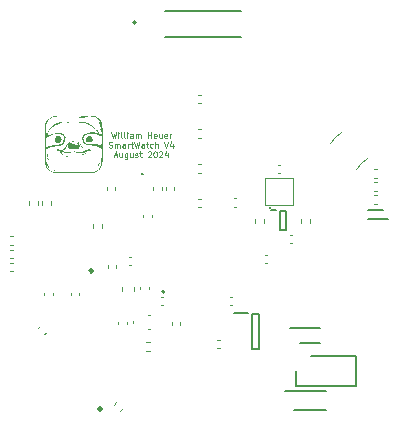
<source format=gbr>
%TF.GenerationSoftware,KiCad,Pcbnew,8.0.3*%
%TF.CreationDate,2024-08-05T21:53:05-05:00*%
%TF.ProjectId,GeckoSmartWatch_V4_1,4765636b-6f53-46d6-9172-745761746368,rev?*%
%TF.SameCoordinates,Original*%
%TF.FileFunction,Legend,Top*%
%TF.FilePolarity,Positive*%
%FSLAX46Y46*%
G04 Gerber Fmt 4.6, Leading zero omitted, Abs format (unit mm)*
G04 Created by KiCad (PCBNEW 8.0.3) date 2024-08-05 21:53:05*
%MOMM*%
%LPD*%
G01*
G04 APERTURE LIST*
%ADD10C,0.125000*%
%ADD11C,0.120000*%
%ADD12C,0.250000*%
%ADD13C,0.200000*%
%ADD14C,0.000000*%
%ADD15C,0.100000*%
%ADD16C,0.127000*%
G04 APERTURE END LIST*
D10*
X135689285Y-90147365D02*
X135808333Y-90647365D01*
X135808333Y-90647365D02*
X135903571Y-90290222D01*
X135903571Y-90290222D02*
X135998809Y-90647365D01*
X135998809Y-90647365D02*
X136117857Y-90147365D01*
X136308333Y-90647365D02*
X136308333Y-90314032D01*
X136308333Y-90147365D02*
X136284524Y-90171175D01*
X136284524Y-90171175D02*
X136308333Y-90194984D01*
X136308333Y-90194984D02*
X136332143Y-90171175D01*
X136332143Y-90171175D02*
X136308333Y-90147365D01*
X136308333Y-90147365D02*
X136308333Y-90194984D01*
X136617857Y-90647365D02*
X136570238Y-90623556D01*
X136570238Y-90623556D02*
X136546428Y-90575936D01*
X136546428Y-90575936D02*
X136546428Y-90147365D01*
X136879762Y-90647365D02*
X136832143Y-90623556D01*
X136832143Y-90623556D02*
X136808333Y-90575936D01*
X136808333Y-90575936D02*
X136808333Y-90147365D01*
X137070238Y-90647365D02*
X137070238Y-90314032D01*
X137070238Y-90147365D02*
X137046429Y-90171175D01*
X137046429Y-90171175D02*
X137070238Y-90194984D01*
X137070238Y-90194984D02*
X137094048Y-90171175D01*
X137094048Y-90171175D02*
X137070238Y-90147365D01*
X137070238Y-90147365D02*
X137070238Y-90194984D01*
X137522619Y-90647365D02*
X137522619Y-90385460D01*
X137522619Y-90385460D02*
X137498809Y-90337841D01*
X137498809Y-90337841D02*
X137451190Y-90314032D01*
X137451190Y-90314032D02*
X137355952Y-90314032D01*
X137355952Y-90314032D02*
X137308333Y-90337841D01*
X137522619Y-90623556D02*
X137475000Y-90647365D01*
X137475000Y-90647365D02*
X137355952Y-90647365D01*
X137355952Y-90647365D02*
X137308333Y-90623556D01*
X137308333Y-90623556D02*
X137284524Y-90575936D01*
X137284524Y-90575936D02*
X137284524Y-90528317D01*
X137284524Y-90528317D02*
X137308333Y-90480698D01*
X137308333Y-90480698D02*
X137355952Y-90456889D01*
X137355952Y-90456889D02*
X137475000Y-90456889D01*
X137475000Y-90456889D02*
X137522619Y-90433079D01*
X137760714Y-90647365D02*
X137760714Y-90314032D01*
X137760714Y-90361651D02*
X137784524Y-90337841D01*
X137784524Y-90337841D02*
X137832143Y-90314032D01*
X137832143Y-90314032D02*
X137903571Y-90314032D01*
X137903571Y-90314032D02*
X137951190Y-90337841D01*
X137951190Y-90337841D02*
X137975000Y-90385460D01*
X137975000Y-90385460D02*
X137975000Y-90647365D01*
X137975000Y-90385460D02*
X137998809Y-90337841D01*
X137998809Y-90337841D02*
X138046428Y-90314032D01*
X138046428Y-90314032D02*
X138117857Y-90314032D01*
X138117857Y-90314032D02*
X138165476Y-90337841D01*
X138165476Y-90337841D02*
X138189286Y-90385460D01*
X138189286Y-90385460D02*
X138189286Y-90647365D01*
X138808333Y-90647365D02*
X138808333Y-90147365D01*
X138808333Y-90385460D02*
X139094047Y-90385460D01*
X139094047Y-90647365D02*
X139094047Y-90147365D01*
X139522619Y-90623556D02*
X139475000Y-90647365D01*
X139475000Y-90647365D02*
X139379762Y-90647365D01*
X139379762Y-90647365D02*
X139332143Y-90623556D01*
X139332143Y-90623556D02*
X139308334Y-90575936D01*
X139308334Y-90575936D02*
X139308334Y-90385460D01*
X139308334Y-90385460D02*
X139332143Y-90337841D01*
X139332143Y-90337841D02*
X139379762Y-90314032D01*
X139379762Y-90314032D02*
X139475000Y-90314032D01*
X139475000Y-90314032D02*
X139522619Y-90337841D01*
X139522619Y-90337841D02*
X139546429Y-90385460D01*
X139546429Y-90385460D02*
X139546429Y-90433079D01*
X139546429Y-90433079D02*
X139308334Y-90480698D01*
X139975000Y-90314032D02*
X139975000Y-90647365D01*
X139760714Y-90314032D02*
X139760714Y-90575936D01*
X139760714Y-90575936D02*
X139784524Y-90623556D01*
X139784524Y-90623556D02*
X139832143Y-90647365D01*
X139832143Y-90647365D02*
X139903571Y-90647365D01*
X139903571Y-90647365D02*
X139951190Y-90623556D01*
X139951190Y-90623556D02*
X139975000Y-90599746D01*
X140403571Y-90623556D02*
X140355952Y-90647365D01*
X140355952Y-90647365D02*
X140260714Y-90647365D01*
X140260714Y-90647365D02*
X140213095Y-90623556D01*
X140213095Y-90623556D02*
X140189286Y-90575936D01*
X140189286Y-90575936D02*
X140189286Y-90385460D01*
X140189286Y-90385460D02*
X140213095Y-90337841D01*
X140213095Y-90337841D02*
X140260714Y-90314032D01*
X140260714Y-90314032D02*
X140355952Y-90314032D01*
X140355952Y-90314032D02*
X140403571Y-90337841D01*
X140403571Y-90337841D02*
X140427381Y-90385460D01*
X140427381Y-90385460D02*
X140427381Y-90433079D01*
X140427381Y-90433079D02*
X140189286Y-90480698D01*
X140641666Y-90647365D02*
X140641666Y-90314032D01*
X140641666Y-90409270D02*
X140665476Y-90361651D01*
X140665476Y-90361651D02*
X140689285Y-90337841D01*
X140689285Y-90337841D02*
X140736904Y-90314032D01*
X140736904Y-90314032D02*
X140784523Y-90314032D01*
X135486906Y-91428528D02*
X135558334Y-91452337D01*
X135558334Y-91452337D02*
X135677382Y-91452337D01*
X135677382Y-91452337D02*
X135725001Y-91428528D01*
X135725001Y-91428528D02*
X135748810Y-91404718D01*
X135748810Y-91404718D02*
X135772620Y-91357099D01*
X135772620Y-91357099D02*
X135772620Y-91309480D01*
X135772620Y-91309480D02*
X135748810Y-91261861D01*
X135748810Y-91261861D02*
X135725001Y-91238051D01*
X135725001Y-91238051D02*
X135677382Y-91214242D01*
X135677382Y-91214242D02*
X135582144Y-91190432D01*
X135582144Y-91190432D02*
X135534525Y-91166623D01*
X135534525Y-91166623D02*
X135510715Y-91142813D01*
X135510715Y-91142813D02*
X135486906Y-91095194D01*
X135486906Y-91095194D02*
X135486906Y-91047575D01*
X135486906Y-91047575D02*
X135510715Y-90999956D01*
X135510715Y-90999956D02*
X135534525Y-90976147D01*
X135534525Y-90976147D02*
X135582144Y-90952337D01*
X135582144Y-90952337D02*
X135701191Y-90952337D01*
X135701191Y-90952337D02*
X135772620Y-90976147D01*
X135986905Y-91452337D02*
X135986905Y-91119004D01*
X135986905Y-91166623D02*
X136010715Y-91142813D01*
X136010715Y-91142813D02*
X136058334Y-91119004D01*
X136058334Y-91119004D02*
X136129762Y-91119004D01*
X136129762Y-91119004D02*
X136177381Y-91142813D01*
X136177381Y-91142813D02*
X136201191Y-91190432D01*
X136201191Y-91190432D02*
X136201191Y-91452337D01*
X136201191Y-91190432D02*
X136225000Y-91142813D01*
X136225000Y-91142813D02*
X136272619Y-91119004D01*
X136272619Y-91119004D02*
X136344048Y-91119004D01*
X136344048Y-91119004D02*
X136391667Y-91142813D01*
X136391667Y-91142813D02*
X136415477Y-91190432D01*
X136415477Y-91190432D02*
X136415477Y-91452337D01*
X136867858Y-91452337D02*
X136867858Y-91190432D01*
X136867858Y-91190432D02*
X136844048Y-91142813D01*
X136844048Y-91142813D02*
X136796429Y-91119004D01*
X136796429Y-91119004D02*
X136701191Y-91119004D01*
X136701191Y-91119004D02*
X136653572Y-91142813D01*
X136867858Y-91428528D02*
X136820239Y-91452337D01*
X136820239Y-91452337D02*
X136701191Y-91452337D01*
X136701191Y-91452337D02*
X136653572Y-91428528D01*
X136653572Y-91428528D02*
X136629763Y-91380908D01*
X136629763Y-91380908D02*
X136629763Y-91333289D01*
X136629763Y-91333289D02*
X136653572Y-91285670D01*
X136653572Y-91285670D02*
X136701191Y-91261861D01*
X136701191Y-91261861D02*
X136820239Y-91261861D01*
X136820239Y-91261861D02*
X136867858Y-91238051D01*
X137105953Y-91452337D02*
X137105953Y-91119004D01*
X137105953Y-91214242D02*
X137129763Y-91166623D01*
X137129763Y-91166623D02*
X137153572Y-91142813D01*
X137153572Y-91142813D02*
X137201191Y-91119004D01*
X137201191Y-91119004D02*
X137248810Y-91119004D01*
X137344049Y-91119004D02*
X137534525Y-91119004D01*
X137415477Y-90952337D02*
X137415477Y-91380908D01*
X137415477Y-91380908D02*
X137439287Y-91428528D01*
X137439287Y-91428528D02*
X137486906Y-91452337D01*
X137486906Y-91452337D02*
X137534525Y-91452337D01*
X137653572Y-90952337D02*
X137772620Y-91452337D01*
X137772620Y-91452337D02*
X137867858Y-91095194D01*
X137867858Y-91095194D02*
X137963096Y-91452337D01*
X137963096Y-91452337D02*
X138082144Y-90952337D01*
X138486906Y-91452337D02*
X138486906Y-91190432D01*
X138486906Y-91190432D02*
X138463096Y-91142813D01*
X138463096Y-91142813D02*
X138415477Y-91119004D01*
X138415477Y-91119004D02*
X138320239Y-91119004D01*
X138320239Y-91119004D02*
X138272620Y-91142813D01*
X138486906Y-91428528D02*
X138439287Y-91452337D01*
X138439287Y-91452337D02*
X138320239Y-91452337D01*
X138320239Y-91452337D02*
X138272620Y-91428528D01*
X138272620Y-91428528D02*
X138248811Y-91380908D01*
X138248811Y-91380908D02*
X138248811Y-91333289D01*
X138248811Y-91333289D02*
X138272620Y-91285670D01*
X138272620Y-91285670D02*
X138320239Y-91261861D01*
X138320239Y-91261861D02*
X138439287Y-91261861D01*
X138439287Y-91261861D02*
X138486906Y-91238051D01*
X138653573Y-91119004D02*
X138844049Y-91119004D01*
X138725001Y-90952337D02*
X138725001Y-91380908D01*
X138725001Y-91380908D02*
X138748811Y-91428528D01*
X138748811Y-91428528D02*
X138796430Y-91452337D01*
X138796430Y-91452337D02*
X138844049Y-91452337D01*
X139225001Y-91428528D02*
X139177382Y-91452337D01*
X139177382Y-91452337D02*
X139082144Y-91452337D01*
X139082144Y-91452337D02*
X139034525Y-91428528D01*
X139034525Y-91428528D02*
X139010715Y-91404718D01*
X139010715Y-91404718D02*
X138986906Y-91357099D01*
X138986906Y-91357099D02*
X138986906Y-91214242D01*
X138986906Y-91214242D02*
X139010715Y-91166623D01*
X139010715Y-91166623D02*
X139034525Y-91142813D01*
X139034525Y-91142813D02*
X139082144Y-91119004D01*
X139082144Y-91119004D02*
X139177382Y-91119004D01*
X139177382Y-91119004D02*
X139225001Y-91142813D01*
X139439286Y-91452337D02*
X139439286Y-90952337D01*
X139653572Y-91452337D02*
X139653572Y-91190432D01*
X139653572Y-91190432D02*
X139629762Y-91142813D01*
X139629762Y-91142813D02*
X139582143Y-91119004D01*
X139582143Y-91119004D02*
X139510715Y-91119004D01*
X139510715Y-91119004D02*
X139463096Y-91142813D01*
X139463096Y-91142813D02*
X139439286Y-91166623D01*
X140201191Y-90952337D02*
X140367857Y-91452337D01*
X140367857Y-91452337D02*
X140534524Y-90952337D01*
X140915476Y-91119004D02*
X140915476Y-91452337D01*
X140796428Y-90928528D02*
X140677381Y-91285670D01*
X140677381Y-91285670D02*
X140986904Y-91285670D01*
X135939287Y-92114452D02*
X136177382Y-92114452D01*
X135891668Y-92257309D02*
X136058334Y-91757309D01*
X136058334Y-91757309D02*
X136225001Y-92257309D01*
X136605953Y-91923976D02*
X136605953Y-92257309D01*
X136391667Y-91923976D02*
X136391667Y-92185880D01*
X136391667Y-92185880D02*
X136415477Y-92233500D01*
X136415477Y-92233500D02*
X136463096Y-92257309D01*
X136463096Y-92257309D02*
X136534524Y-92257309D01*
X136534524Y-92257309D02*
X136582143Y-92233500D01*
X136582143Y-92233500D02*
X136605953Y-92209690D01*
X137058334Y-91923976D02*
X137058334Y-92328738D01*
X137058334Y-92328738D02*
X137034524Y-92376357D01*
X137034524Y-92376357D02*
X137010715Y-92400166D01*
X137010715Y-92400166D02*
X136963096Y-92423976D01*
X136963096Y-92423976D02*
X136891667Y-92423976D01*
X136891667Y-92423976D02*
X136844048Y-92400166D01*
X137058334Y-92233500D02*
X137010715Y-92257309D01*
X137010715Y-92257309D02*
X136915477Y-92257309D01*
X136915477Y-92257309D02*
X136867858Y-92233500D01*
X136867858Y-92233500D02*
X136844048Y-92209690D01*
X136844048Y-92209690D02*
X136820239Y-92162071D01*
X136820239Y-92162071D02*
X136820239Y-92019214D01*
X136820239Y-92019214D02*
X136844048Y-91971595D01*
X136844048Y-91971595D02*
X136867858Y-91947785D01*
X136867858Y-91947785D02*
X136915477Y-91923976D01*
X136915477Y-91923976D02*
X137010715Y-91923976D01*
X137010715Y-91923976D02*
X137058334Y-91947785D01*
X137510715Y-91923976D02*
X137510715Y-92257309D01*
X137296429Y-91923976D02*
X137296429Y-92185880D01*
X137296429Y-92185880D02*
X137320239Y-92233500D01*
X137320239Y-92233500D02*
X137367858Y-92257309D01*
X137367858Y-92257309D02*
X137439286Y-92257309D01*
X137439286Y-92257309D02*
X137486905Y-92233500D01*
X137486905Y-92233500D02*
X137510715Y-92209690D01*
X137725001Y-92233500D02*
X137772620Y-92257309D01*
X137772620Y-92257309D02*
X137867858Y-92257309D01*
X137867858Y-92257309D02*
X137915477Y-92233500D01*
X137915477Y-92233500D02*
X137939286Y-92185880D01*
X137939286Y-92185880D02*
X137939286Y-92162071D01*
X137939286Y-92162071D02*
X137915477Y-92114452D01*
X137915477Y-92114452D02*
X137867858Y-92090642D01*
X137867858Y-92090642D02*
X137796429Y-92090642D01*
X137796429Y-92090642D02*
X137748810Y-92066833D01*
X137748810Y-92066833D02*
X137725001Y-92019214D01*
X137725001Y-92019214D02*
X137725001Y-91995404D01*
X137725001Y-91995404D02*
X137748810Y-91947785D01*
X137748810Y-91947785D02*
X137796429Y-91923976D01*
X137796429Y-91923976D02*
X137867858Y-91923976D01*
X137867858Y-91923976D02*
X137915477Y-91947785D01*
X138082144Y-91923976D02*
X138272620Y-91923976D01*
X138153572Y-91757309D02*
X138153572Y-92185880D01*
X138153572Y-92185880D02*
X138177382Y-92233500D01*
X138177382Y-92233500D02*
X138225001Y-92257309D01*
X138225001Y-92257309D02*
X138272620Y-92257309D01*
X138796429Y-91804928D02*
X138820238Y-91781119D01*
X138820238Y-91781119D02*
X138867857Y-91757309D01*
X138867857Y-91757309D02*
X138986905Y-91757309D01*
X138986905Y-91757309D02*
X139034524Y-91781119D01*
X139034524Y-91781119D02*
X139058333Y-91804928D01*
X139058333Y-91804928D02*
X139082143Y-91852547D01*
X139082143Y-91852547D02*
X139082143Y-91900166D01*
X139082143Y-91900166D02*
X139058333Y-91971595D01*
X139058333Y-91971595D02*
X138772619Y-92257309D01*
X138772619Y-92257309D02*
X139082143Y-92257309D01*
X139391666Y-91757309D02*
X139439285Y-91757309D01*
X139439285Y-91757309D02*
X139486904Y-91781119D01*
X139486904Y-91781119D02*
X139510714Y-91804928D01*
X139510714Y-91804928D02*
X139534523Y-91852547D01*
X139534523Y-91852547D02*
X139558333Y-91947785D01*
X139558333Y-91947785D02*
X139558333Y-92066833D01*
X139558333Y-92066833D02*
X139534523Y-92162071D01*
X139534523Y-92162071D02*
X139510714Y-92209690D01*
X139510714Y-92209690D02*
X139486904Y-92233500D01*
X139486904Y-92233500D02*
X139439285Y-92257309D01*
X139439285Y-92257309D02*
X139391666Y-92257309D01*
X139391666Y-92257309D02*
X139344047Y-92233500D01*
X139344047Y-92233500D02*
X139320238Y-92209690D01*
X139320238Y-92209690D02*
X139296428Y-92162071D01*
X139296428Y-92162071D02*
X139272619Y-92066833D01*
X139272619Y-92066833D02*
X139272619Y-91947785D01*
X139272619Y-91947785D02*
X139296428Y-91852547D01*
X139296428Y-91852547D02*
X139320238Y-91804928D01*
X139320238Y-91804928D02*
X139344047Y-91781119D01*
X139344047Y-91781119D02*
X139391666Y-91757309D01*
X139748809Y-91804928D02*
X139772618Y-91781119D01*
X139772618Y-91781119D02*
X139820237Y-91757309D01*
X139820237Y-91757309D02*
X139939285Y-91757309D01*
X139939285Y-91757309D02*
X139986904Y-91781119D01*
X139986904Y-91781119D02*
X140010713Y-91804928D01*
X140010713Y-91804928D02*
X140034523Y-91852547D01*
X140034523Y-91852547D02*
X140034523Y-91900166D01*
X140034523Y-91900166D02*
X140010713Y-91971595D01*
X140010713Y-91971595D02*
X139724999Y-92257309D01*
X139724999Y-92257309D02*
X140034523Y-92257309D01*
X140463094Y-91923976D02*
X140463094Y-92257309D01*
X140344046Y-91733500D02*
X140224999Y-92090642D01*
X140224999Y-92090642D02*
X140534522Y-92090642D01*
D11*
%TO.C,Q1*%
X156878087Y-92778087D02*
X157337706Y-92318467D01*
X156878087Y-92778087D02*
X156418467Y-93237706D01*
X154671913Y-90571913D02*
X155131533Y-90112294D01*
X154671913Y-90571913D02*
X154212294Y-91031533D01*
D12*
%TO.C,U6*%
X134130000Y-101880000D02*
G75*
G02*
X133880000Y-101880000I-125000J0D01*
G01*
X133880000Y-101880000D02*
G75*
G02*
X134130000Y-101880000I125000J0D01*
G01*
D13*
%TO.C,Y2*%
X138365000Y-93715000D02*
G75*
G02*
X138265000Y-93715000I-50000J0D01*
G01*
X138265000Y-93715000D02*
G75*
G02*
X138365000Y-93715000I50000J0D01*
G01*
X138365000Y-93715000D02*
X138365000Y-93715000D01*
X138365000Y-93715000D02*
X138265000Y-93715000D01*
X138265000Y-93715000D02*
X138265000Y-93715000D01*
D14*
%TO.C,G\u002A\u002A\u002A*%
G36*
X133230216Y-88734972D02*
G01*
X133413460Y-88735312D01*
X133573802Y-88735971D01*
X133713050Y-88737048D01*
X133833010Y-88738644D01*
X133935490Y-88740857D01*
X134022296Y-88743786D01*
X134095236Y-88747531D01*
X134156116Y-88752192D01*
X134206745Y-88757867D01*
X134248929Y-88764656D01*
X134284475Y-88772658D01*
X134315190Y-88781973D01*
X134342882Y-88792699D01*
X134369357Y-88804936D01*
X134396423Y-88818784D01*
X134425887Y-88834342D01*
X134436568Y-88839932D01*
X134581394Y-88931566D01*
X134704834Y-89043674D01*
X134805429Y-89174133D01*
X134881720Y-89320817D01*
X134932248Y-89481601D01*
X134950031Y-89587738D01*
X134952605Y-89625858D01*
X134954945Y-89691477D01*
X134957049Y-89781966D01*
X134958918Y-89894694D01*
X134960552Y-90027032D01*
X134961952Y-90176350D01*
X134963116Y-90340017D01*
X134964045Y-90515405D01*
X134964740Y-90699882D01*
X134965200Y-90890819D01*
X134965424Y-91085585D01*
X134965414Y-91281552D01*
X134965169Y-91476089D01*
X134964689Y-91666565D01*
X134963973Y-91850351D01*
X134963023Y-92024818D01*
X134961838Y-92187334D01*
X134960419Y-92335270D01*
X134958764Y-92465996D01*
X134956874Y-92576883D01*
X134954749Y-92665299D01*
X134952389Y-92728616D01*
X134950031Y-92762262D01*
X134916257Y-92930741D01*
X134855812Y-93086441D01*
X134770156Y-93227238D01*
X134660748Y-93351005D01*
X134529047Y-93455619D01*
X134436568Y-93510068D01*
X134405953Y-93526196D01*
X134378347Y-93540587D01*
X134351947Y-93553339D01*
X134324951Y-93564550D01*
X134295557Y-93574317D01*
X134261963Y-93582738D01*
X134222366Y-93589910D01*
X134174963Y-93595932D01*
X134117953Y-93600900D01*
X134049534Y-93604914D01*
X133967902Y-93608070D01*
X133871257Y-93610465D01*
X133757795Y-93612199D01*
X133625714Y-93613368D01*
X133473212Y-93614070D01*
X133298486Y-93614403D01*
X133099735Y-93614465D01*
X132875157Y-93614352D01*
X132622948Y-93614164D01*
X132517467Y-93614091D01*
X132251432Y-93613855D01*
X132013955Y-93613494D01*
X131803468Y-93612988D01*
X131618399Y-93612317D01*
X131457178Y-93611462D01*
X131318233Y-93610402D01*
X131199995Y-93609119D01*
X131100892Y-93607593D01*
X131019354Y-93605803D01*
X130953810Y-93603731D01*
X130902689Y-93601356D01*
X130864421Y-93598660D01*
X130837435Y-93595621D01*
X130822627Y-93592862D01*
X130665158Y-93539423D01*
X130521445Y-93460327D01*
X130393774Y-93357775D01*
X130284432Y-93233973D01*
X130195707Y-93091124D01*
X130129886Y-92931432D01*
X130127089Y-92922568D01*
X130091963Y-92809579D01*
X130091963Y-91603193D01*
X130174822Y-91603193D01*
X130176048Y-92206386D01*
X130176389Y-92356573D01*
X130176820Y-92478975D01*
X130177462Y-92575935D01*
X130178433Y-92649798D01*
X130179853Y-92702909D01*
X130181841Y-92737612D01*
X130184517Y-92756252D01*
X130188000Y-92761173D01*
X130192409Y-92754719D01*
X130197864Y-92739236D01*
X130202412Y-92724132D01*
X130217509Y-92676595D01*
X130230699Y-92641543D01*
X130237474Y-92628839D01*
X130250003Y-92627195D01*
X130256580Y-92648169D01*
X130256886Y-92684778D01*
X130250603Y-92730039D01*
X130243408Y-92758882D01*
X130224652Y-92846741D01*
X130224611Y-92928168D01*
X130244785Y-93008882D01*
X130286676Y-93094601D01*
X130351785Y-93191043D01*
X130359607Y-93201466D01*
X130421294Y-93271679D01*
X130496101Y-93339234D01*
X130577847Y-93400021D01*
X130660354Y-93449930D01*
X130737442Y-93484850D01*
X130802932Y-93500672D01*
X130810125Y-93501107D01*
X130840747Y-93505634D01*
X130852724Y-93513879D01*
X130865694Y-93522296D01*
X130891436Y-93525178D01*
X130919191Y-93520428D01*
X130923526Y-93502973D01*
X130922463Y-93498814D01*
X130904022Y-93431481D01*
X130891542Y-93378064D01*
X130886215Y-93344113D01*
X130887226Y-93335035D01*
X130897569Y-93342926D01*
X130917575Y-93367522D01*
X130940952Y-93399973D01*
X130961405Y-93431426D01*
X130972642Y-93453030D01*
X130973280Y-93456080D01*
X130979210Y-93480486D01*
X130992716Y-93511095D01*
X131007371Y-93534780D01*
X131014479Y-93540243D01*
X131030747Y-93528938D01*
X131045110Y-93510113D01*
X131068345Y-93484388D01*
X131086363Y-93484231D01*
X131093798Y-93509602D01*
X131093802Y-93510456D01*
X131094117Y-93515383D01*
X131096209Y-93519743D01*
X131101799Y-93523565D01*
X131112607Y-93526880D01*
X131130353Y-93529716D01*
X131156758Y-93532103D01*
X131193541Y-93534071D01*
X131242424Y-93535649D01*
X131305126Y-93536865D01*
X131383368Y-93537751D01*
X131478870Y-93538335D01*
X131593352Y-93538646D01*
X131728535Y-93538715D01*
X131886139Y-93538570D01*
X132067885Y-93538241D01*
X132275492Y-93537758D01*
X132510682Y-93537149D01*
X132634223Y-93536820D01*
X134174644Y-93532710D01*
X134273655Y-93499036D01*
X134417522Y-93434566D01*
X134548353Y-93344943D01*
X134662681Y-93233587D01*
X134757038Y-93103914D01*
X134827958Y-92959343D01*
X134832040Y-92948522D01*
X134840337Y-92925330D01*
X134847220Y-92902720D01*
X134852845Y-92877693D01*
X134857369Y-92847249D01*
X134860948Y-92808390D01*
X134863740Y-92758116D01*
X134865901Y-92693429D01*
X134867587Y-92611329D01*
X134868955Y-92508817D01*
X134870162Y-92382894D01*
X134871365Y-92230562D01*
X134871670Y-92189678D01*
X134876623Y-91524581D01*
X134834471Y-91494788D01*
X134770742Y-91455506D01*
X134688321Y-91412797D01*
X134597532Y-91371348D01*
X134508699Y-91335846D01*
X134432145Y-91310981D01*
X134426285Y-91309444D01*
X134344903Y-91293639D01*
X134235000Y-91280412D01*
X134098089Y-91269929D01*
X134040169Y-91266743D01*
X133923829Y-91259988D01*
X133831494Y-91251929D01*
X133757040Y-91241355D01*
X133694341Y-91227055D01*
X133637275Y-91207817D01*
X133579714Y-91182430D01*
X133556969Y-91171187D01*
X133466308Y-91112060D01*
X133389770Y-91035945D01*
X133328473Y-90947243D01*
X133283535Y-90850354D01*
X133256074Y-90749678D01*
X133247209Y-90649616D01*
X133250598Y-90619924D01*
X133346201Y-90619924D01*
X133349090Y-90686592D01*
X133356490Y-90751938D01*
X133365953Y-90798369D01*
X133407133Y-90891450D01*
X133472507Y-90979287D01*
X133556143Y-91055968D01*
X133652113Y-91115581D01*
X133707302Y-91138707D01*
X133735227Y-91146799D01*
X133770291Y-91153453D01*
X133816162Y-91158929D01*
X133876505Y-91163487D01*
X133954988Y-91167391D01*
X134055277Y-91170899D01*
X134181039Y-91174274D01*
X134219840Y-91175196D01*
X134349611Y-91178414D01*
X134453213Y-91181562D01*
X134534603Y-91184949D01*
X134597741Y-91188884D01*
X134646584Y-91193675D01*
X134685090Y-91199631D01*
X134717219Y-91207062D01*
X134746929Y-91216276D01*
X134747123Y-91216342D01*
X134797377Y-91232822D01*
X134837446Y-91244625D01*
X134856346Y-91248822D01*
X134862380Y-91242737D01*
X134867071Y-91221576D01*
X134870553Y-91182599D01*
X134872962Y-91123067D01*
X134874434Y-91040241D01*
X134875102Y-90931379D01*
X134875178Y-90867338D01*
X134875178Y-90484351D01*
X134764598Y-90431863D01*
X134573061Y-90353734D01*
X134381308Y-90302158D01*
X134184223Y-90276328D01*
X133976690Y-90275439D01*
X133843209Y-90286750D01*
X133766908Y-90297791D01*
X133702799Y-90313634D01*
X133637668Y-90338287D01*
X133572034Y-90368963D01*
X133508335Y-90401741D01*
X133450042Y-90434343D01*
X133405841Y-90461796D01*
X133391251Y-90472434D01*
X133367867Y-90493503D01*
X133354357Y-90514926D01*
X133348045Y-90545472D01*
X133346253Y-90593905D01*
X133346201Y-90619924D01*
X133250598Y-90619924D01*
X133258059Y-90554568D01*
X133289741Y-90468933D01*
X133343373Y-90397113D01*
X133357058Y-90384599D01*
X133429823Y-90332911D01*
X133523680Y-90281985D01*
X133629768Y-90235849D01*
X133739226Y-90198528D01*
X133802917Y-90182023D01*
X133944731Y-90159175D01*
X134096943Y-90150133D01*
X134248190Y-90154915D01*
X134387111Y-90173543D01*
X134420937Y-90180926D01*
X134483860Y-90194591D01*
X134540011Y-90204279D01*
X134579629Y-90208379D01*
X134586655Y-90208291D01*
X134608969Y-90208692D01*
X134633393Y-90214881D01*
X134665746Y-90229480D01*
X134711842Y-90255113D01*
X134777254Y-90294254D01*
X134821855Y-90319749D01*
X134850348Y-90328680D01*
X134866330Y-90317836D01*
X134873398Y-90284007D01*
X134875149Y-90223982D01*
X134875178Y-90206857D01*
X134874312Y-90143571D01*
X134869872Y-90099917D01*
X134859089Y-90065403D01*
X134839197Y-90029543D01*
X134821200Y-90002215D01*
X134789545Y-89950850D01*
X134777855Y-89920761D01*
X134786071Y-89912381D01*
X134814133Y-89926145D01*
X134830167Y-89937405D01*
X134875178Y-89970682D01*
X134875178Y-89920905D01*
X134866255Y-89877302D01*
X134840907Y-89815292D01*
X134807400Y-89750970D01*
X134739621Y-89630812D01*
X134807400Y-89701495D01*
X134844602Y-89737163D01*
X134868055Y-89752862D01*
X134875178Y-89748546D01*
X134867263Y-89720938D01*
X134845815Y-89674544D01*
X134814277Y-89615471D01*
X134776094Y-89549826D01*
X134734710Y-89483716D01*
X134693569Y-89423246D01*
X134685254Y-89411797D01*
X134653900Y-89366713D01*
X134632615Y-89331202D01*
X134625189Y-89311725D01*
X134625732Y-89310289D01*
X134640600Y-89314835D01*
X134668704Y-89338303D01*
X134705285Y-89375447D01*
X134745582Y-89421025D01*
X134784836Y-89469792D01*
X134818288Y-89516503D01*
X134830358Y-89535756D01*
X134877566Y-89615747D01*
X134868108Y-89555486D01*
X134830056Y-89406180D01*
X134765875Y-89265573D01*
X134678771Y-89137459D01*
X134571952Y-89025630D01*
X134448626Y-88933882D01*
X134311999Y-88866006D01*
X134273655Y-88852398D01*
X134223601Y-88838345D01*
X134168604Y-88828118D01*
X134101812Y-88820906D01*
X134016378Y-88815893D01*
X133944672Y-88813342D01*
X133856864Y-88810879D01*
X133793723Y-88809951D01*
X133749797Y-88811187D01*
X133719637Y-88815216D01*
X133697791Y-88822667D01*
X133678809Y-88834167D01*
X133663204Y-88845805D01*
X133623517Y-88873744D01*
X133602491Y-88883622D01*
X133601866Y-88875364D01*
X133623380Y-88848898D01*
X133624763Y-88847420D01*
X133647583Y-88822051D01*
X133650301Y-88811776D01*
X133633485Y-88809767D01*
X133627897Y-88809757D01*
X133599735Y-88817667D01*
X133556012Y-88838478D01*
X133505851Y-88867810D01*
X133502413Y-88870018D01*
X133455439Y-88899333D01*
X133418005Y-88920768D01*
X133397437Y-88930159D01*
X133396448Y-88930279D01*
X133383211Y-88922897D01*
X133393928Y-88902510D01*
X133426798Y-88871756D01*
X133446948Y-88856256D01*
X133510176Y-88809757D01*
X133461870Y-88809757D01*
X133423356Y-88817544D01*
X133366926Y-88839014D01*
X133299859Y-88871322D01*
X133288180Y-88877550D01*
X133232858Y-88906922D01*
X133187714Y-88929880D01*
X133159110Y-88943240D01*
X133152735Y-88945344D01*
X133140685Y-88938615D01*
X133152925Y-88920024D01*
X133187199Y-88891963D01*
X133229300Y-88864100D01*
X133274537Y-88835782D01*
X133296539Y-88819742D01*
X133297720Y-88812443D01*
X133280494Y-88810353D01*
X133266136Y-88810160D01*
X133212607Y-88822151D01*
X133143761Y-88859102D01*
X133130549Y-88867840D01*
X133051045Y-88919162D01*
X132988915Y-88953942D01*
X132946241Y-88971106D01*
X132928935Y-88972021D01*
X132929706Y-88960619D01*
X132956084Y-88934926D01*
X133007444Y-88895475D01*
X133073267Y-88849488D01*
X133131814Y-88809757D01*
X132039892Y-88809757D01*
X131831336Y-88809791D01*
X131650644Y-88809930D01*
X131495547Y-88810229D01*
X131363780Y-88810744D01*
X131253074Y-88811528D01*
X131161162Y-88812638D01*
X131085778Y-88814128D01*
X131024654Y-88816053D01*
X130975522Y-88818469D01*
X130936116Y-88821430D01*
X130904168Y-88824992D01*
X130877411Y-88829209D01*
X130853579Y-88834136D01*
X130833448Y-88839046D01*
X130770844Y-88856718D01*
X130713255Y-88875819D01*
X130672357Y-88892450D01*
X130669984Y-88893645D01*
X130639025Y-88911163D01*
X130631980Y-88923108D01*
X130645552Y-88936846D01*
X130649387Y-88939682D01*
X130665143Y-88955615D01*
X130658384Y-88959843D01*
X130635038Y-88950603D01*
X130627591Y-88946164D01*
X130594329Y-88941381D01*
X130577101Y-88947743D01*
X130559883Y-88959357D01*
X130560450Y-88972685D01*
X130580437Y-88996505D01*
X130587589Y-89004010D01*
X130617694Y-89038746D01*
X130624610Y-89055020D01*
X130608828Y-89052021D01*
X130572010Y-89029736D01*
X130536325Y-89007378D01*
X130513171Y-89001367D01*
X130491004Y-89009929D01*
X130481619Y-89015860D01*
X130455903Y-89033843D01*
X130445996Y-89042859D01*
X130457781Y-89051939D01*
X130488787Y-89072384D01*
X130532494Y-89099905D01*
X130535873Y-89101993D01*
X130593033Y-89138549D01*
X130623496Y-89161163D01*
X130627270Y-89169817D01*
X130604360Y-89164494D01*
X130554772Y-89145176D01*
X130525536Y-89132686D01*
X130409450Y-89082222D01*
X130367562Y-89130538D01*
X130329208Y-89183837D01*
X130287661Y-89256088D01*
X130247921Y-89337250D01*
X130214989Y-89417283D01*
X130197201Y-89472627D01*
X130189454Y-89511055D01*
X130183563Y-89562993D01*
X130179353Y-89632020D01*
X130176646Y-89721711D01*
X130175268Y-89835643D01*
X130175001Y-89923153D01*
X130175048Y-90037495D01*
X130175480Y-90124972D01*
X130176545Y-90188853D01*
X130178491Y-90232402D01*
X130181568Y-90258887D01*
X130186022Y-90271574D01*
X130192103Y-90273730D01*
X130200058Y-90268621D01*
X130201186Y-90267643D01*
X130245475Y-90236743D01*
X130301055Y-90208506D01*
X130355960Y-90188232D01*
X130396434Y-90181173D01*
X130424972Y-90182680D01*
X130426228Y-90189957D01*
X130408333Y-90204596D01*
X130380517Y-90222901D01*
X130335315Y-90249742D01*
X130282007Y-90279628D01*
X130276512Y-90282613D01*
X130215012Y-90319728D01*
X130181416Y-90349238D01*
X130174822Y-90364647D01*
X130176098Y-90382480D01*
X130183359Y-90388752D01*
X130201757Y-90382016D01*
X130236442Y-90360826D01*
X130272098Y-90337330D01*
X130327495Y-90303697D01*
X130360962Y-90289456D01*
X130371953Y-90292777D01*
X130359923Y-90311825D01*
X130324324Y-90344768D01*
X130283660Y-90376159D01*
X130236041Y-90411923D01*
X130200221Y-90440789D01*
X130181328Y-90458526D01*
X130179805Y-90461873D01*
X130195219Y-90458863D01*
X130230778Y-90445675D01*
X130279381Y-90424991D01*
X130289409Y-90420478D01*
X130466012Y-90349833D01*
X130648453Y-90296535D01*
X130842806Y-90259286D01*
X131055145Y-90236785D01*
X131177766Y-90230369D01*
X131294948Y-90227434D01*
X131387982Y-90228804D01*
X131462673Y-90235499D01*
X131524824Y-90248541D01*
X131580239Y-90268952D01*
X131634722Y-90297752D01*
X131663880Y-90315910D01*
X131736047Y-90371582D01*
X131785978Y-90433135D01*
X131814802Y-90504597D01*
X131823647Y-90589992D01*
X131813641Y-90693346D01*
X131794874Y-90783304D01*
X131751774Y-90919535D01*
X131693890Y-91031726D01*
X131619598Y-91122940D01*
X131609721Y-91132417D01*
X131521616Y-91203701D01*
X131425334Y-91258419D01*
X131315684Y-91298481D01*
X131187478Y-91325800D01*
X131041073Y-91341889D01*
X130864763Y-91361569D01*
X130692911Y-91393749D01*
X130531636Y-91436767D01*
X130387058Y-91488963D01*
X130265298Y-91548678D01*
X130253914Y-91555421D01*
X130174822Y-91603193D01*
X130091963Y-91603193D01*
X130091963Y-91211491D01*
X130177286Y-91211491D01*
X130178235Y-91283120D01*
X130180310Y-91333012D01*
X130183620Y-91363961D01*
X130188274Y-91378763D01*
X130193401Y-91380720D01*
X130215341Y-91372783D01*
X130258559Y-91357946D01*
X130315706Y-91338715D01*
X130350858Y-91327024D01*
X130426069Y-91304518D01*
X130500620Y-91288052D01*
X130584500Y-91275850D01*
X130687695Y-91266135D01*
X130697359Y-91265391D01*
X130836464Y-91254623D01*
X130949312Y-91245291D01*
X131039710Y-91236870D01*
X131111468Y-91228835D01*
X131168393Y-91220664D01*
X131214295Y-91211831D01*
X131252983Y-91201812D01*
X131288264Y-91190084D01*
X131312632Y-91180713D01*
X131421460Y-91121332D01*
X131516446Y-91037512D01*
X131594530Y-90932946D01*
X131652653Y-90811331D01*
X131673318Y-90745114D01*
X131694122Y-90640245D01*
X131696136Y-90552895D01*
X131677908Y-90481702D01*
X131637983Y-90425303D01*
X131574909Y-90382339D01*
X131487231Y-90351448D01*
X131373498Y-90331268D01*
X131232254Y-90320438D01*
X131219379Y-90319922D01*
X131030937Y-90320516D01*
X130857137Y-90338464D01*
X130689972Y-90375550D01*
X130521438Y-90433558D01*
X130343527Y-90514272D01*
X130340540Y-90515768D01*
X130182355Y-90595100D01*
X130178335Y-90991846D01*
X130177356Y-91115332D01*
X130177286Y-91211491D01*
X130091963Y-91211491D01*
X130091963Y-91175000D01*
X130091963Y-90364647D01*
X130091963Y-89540421D01*
X130127089Y-89427432D01*
X130190631Y-89269812D01*
X130277235Y-89127504D01*
X130384194Y-89003111D01*
X130508800Y-88899241D01*
X130648347Y-88818497D01*
X130800129Y-88763487D01*
X130822627Y-88757887D01*
X130841573Y-88754168D01*
X130866088Y-88750863D01*
X130897906Y-88747948D01*
X130938763Y-88745400D01*
X130990391Y-88743196D01*
X131054525Y-88741311D01*
X131132900Y-88739723D01*
X131227249Y-88738407D01*
X131339307Y-88737342D01*
X131470807Y-88736502D01*
X131623484Y-88735866D01*
X131799072Y-88735408D01*
X131999305Y-88735107D01*
X132225916Y-88734937D01*
X132480642Y-88734877D01*
X132525000Y-88734876D01*
X132787793Y-88734853D01*
X133022262Y-88734852D01*
X133230216Y-88734972D01*
G37*
G36*
X130373360Y-92956106D02*
G01*
X130402393Y-92980783D01*
X130413082Y-93029276D01*
X130409501Y-93078219D01*
X130399135Y-93126202D01*
X130387381Y-93145901D01*
X130375399Y-93136708D01*
X130365021Y-93101468D01*
X130357018Y-93045462D01*
X130355910Y-92997901D01*
X130361295Y-92965740D01*
X130372776Y-92955934D01*
X130373360Y-92956106D01*
G37*
G36*
X130321597Y-92827528D02*
G01*
X130329803Y-92865886D01*
X130326971Y-92910784D01*
X130315404Y-92962937D01*
X130300915Y-93017218D01*
X130291512Y-93045731D01*
X130284935Y-93051927D01*
X130278923Y-93039261D01*
X130274865Y-93024856D01*
X130266563Y-92962354D01*
X130269562Y-92892473D01*
X130282948Y-92831981D01*
X130285766Y-92824822D01*
X130304960Y-92779805D01*
X130321597Y-92827528D01*
G37*
G36*
X134616828Y-92814097D02*
G01*
X134618838Y-92817111D01*
X134630024Y-92852489D01*
X134633449Y-92903300D01*
X134629471Y-92955959D01*
X134618451Y-92996885D01*
X134613876Y-93004775D01*
X134598223Y-93022770D01*
X134589556Y-93015198D01*
X134583951Y-92996356D01*
X134576138Y-92947332D01*
X134574936Y-92892492D01*
X134579987Y-92844186D01*
X134589169Y-92817111D01*
X134603350Y-92802088D01*
X134616828Y-92814097D01*
G37*
G36*
X134693723Y-92673182D02*
G01*
X134711273Y-92710548D01*
X134719986Y-92761492D01*
X134718967Y-92812624D01*
X134707323Y-92850553D01*
X134705712Y-92852877D01*
X134690154Y-92870236D01*
X134679778Y-92864984D01*
X134668278Y-92837812D01*
X134649993Y-92786175D01*
X134642393Y-92752008D01*
X134644498Y-92725001D01*
X134654803Y-92696088D01*
X134669471Y-92666459D01*
X134681453Y-92661609D01*
X134693723Y-92673182D01*
G37*
G36*
X134773715Y-92463218D02*
G01*
X134782921Y-92495533D01*
X134786676Y-92541665D01*
X134785121Y-92589608D01*
X134778399Y-92627356D01*
X134771616Y-92640459D01*
X134754530Y-92641220D01*
X134740986Y-92623871D01*
X134726082Y-92577346D01*
X134730657Y-92523242D01*
X134741714Y-92486059D01*
X134754249Y-92455185D01*
X134763890Y-92449878D01*
X134773715Y-92463218D01*
G37*
G36*
X130488133Y-92483099D02*
G01*
X130471998Y-92524634D01*
X130465804Y-92537893D01*
X130444463Y-92571186D01*
X130422314Y-92589778D01*
X130405745Y-92590060D01*
X130400801Y-92574626D01*
X130409494Y-92546116D01*
X130430121Y-92509535D01*
X130454500Y-92477670D01*
X130471563Y-92464023D01*
X130487924Y-92463709D01*
X130488133Y-92483099D01*
G37*
G36*
X130425863Y-92359446D02*
G01*
X130426319Y-92394615D01*
X130415425Y-92441816D01*
X130394716Y-92491522D01*
X130373892Y-92519337D01*
X130355754Y-92522549D01*
X130346209Y-92508850D01*
X130344793Y-92476304D01*
X130354530Y-92430677D01*
X130371435Y-92384941D01*
X130391521Y-92352068D01*
X130395572Y-92348176D01*
X130415215Y-92342084D01*
X130425863Y-92359446D01*
G37*
G36*
X130370035Y-92167502D02*
G01*
X130375628Y-92201823D01*
X130373850Y-92249009D01*
X130364622Y-92300867D01*
X130358743Y-92321342D01*
X130337060Y-92376042D01*
X130316864Y-92403600D01*
X130299225Y-92403013D01*
X130289364Y-92386366D01*
X130285574Y-92352640D01*
X130291088Y-92305512D01*
X130303404Y-92253548D01*
X130320022Y-92205314D01*
X130338439Y-92169374D01*
X130356154Y-92154295D01*
X130357148Y-92154241D01*
X130370035Y-92167502D01*
G37*
G36*
X131997857Y-92136621D02*
G01*
X132016099Y-92166838D01*
X132032706Y-92203791D01*
X132042242Y-92236508D01*
X132042912Y-92244148D01*
X132035890Y-92259778D01*
X132018817Y-92253212D01*
X131997687Y-92227759D01*
X131990571Y-92215250D01*
X131972050Y-92169534D01*
X131969051Y-92137267D01*
X131982022Y-92124163D01*
X131983420Y-92124110D01*
X131997857Y-92136621D01*
G37*
G36*
X131898957Y-92077343D02*
G01*
X131921359Y-92120534D01*
X131925577Y-92131643D01*
X131944390Y-92190999D01*
X131948489Y-92224146D01*
X131937888Y-92231049D01*
X131912606Y-92211676D01*
X131895170Y-92192931D01*
X131860219Y-92144150D01*
X131849516Y-92103305D01*
X131849974Y-92096247D01*
X131860065Y-92063702D01*
X131877459Y-92057899D01*
X131898957Y-92077343D01*
G37*
G36*
X132115805Y-92196863D02*
G01*
X132131244Y-92224642D01*
X132133304Y-92238332D01*
X132121867Y-92244395D01*
X132098980Y-92242209D01*
X132083086Y-92234589D01*
X132073031Y-92210840D01*
X132080750Y-92189659D01*
X132094029Y-92184371D01*
X132115805Y-92196863D01*
G37*
G36*
X130306970Y-91956519D02*
G01*
X130315306Y-91985641D01*
X130318965Y-92032698D01*
X130317322Y-92091688D01*
X130313365Y-92131643D01*
X130301909Y-92222034D01*
X130291260Y-92161773D01*
X130283677Y-92102503D01*
X130280870Y-92043541D01*
X130282708Y-91993167D01*
X130289060Y-91959664D01*
X130294583Y-91951330D01*
X130306970Y-91956519D01*
G37*
G36*
X133589355Y-91857702D02*
G01*
X133584322Y-91871877D01*
X133560042Y-91898169D01*
X133522001Y-91931488D01*
X133475686Y-91966744D01*
X133460464Y-91977299D01*
X133412258Y-92004359D01*
X133351684Y-92030526D01*
X133286156Y-92053549D01*
X133223090Y-92071172D01*
X133169903Y-92081144D01*
X133134010Y-92081211D01*
X133127088Y-92078592D01*
X133119848Y-92067907D01*
X133132797Y-92055069D01*
X133168746Y-92038507D01*
X133230506Y-92016646D01*
X133248132Y-92010874D01*
X133302676Y-91990950D01*
X133367198Y-91964068D01*
X133433606Y-91933995D01*
X133493807Y-91904495D01*
X133539708Y-91879334D01*
X133559177Y-91866169D01*
X133581095Y-91855604D01*
X133589355Y-91857702D01*
G37*
G36*
X132509409Y-90927478D02*
G01*
X132609886Y-90933776D01*
X132709412Y-90943352D01*
X132800342Y-90955664D01*
X132875028Y-90970172D01*
X132903294Y-90977892D01*
X132975468Y-91007940D01*
X133039121Y-91051856D01*
X133097989Y-91113548D01*
X133155810Y-91196922D01*
X133215523Y-91304332D01*
X133299419Y-91443962D01*
X133394669Y-91559299D01*
X133499273Y-91647953D01*
X133507730Y-91653652D01*
X133565016Y-91691562D01*
X133628786Y-91663056D01*
X133676479Y-91637025D01*
X133717625Y-91606878D01*
X133726587Y-91598278D01*
X133750133Y-91576328D01*
X133772339Y-91569486D01*
X133805669Y-91575548D01*
X133824511Y-91580976D01*
X133878216Y-91598335D01*
X133929523Y-91617063D01*
X133938136Y-91620536D01*
X133970247Y-91636431D01*
X133978892Y-91651956D01*
X133971068Y-91672517D01*
X133955991Y-91691315D01*
X133931202Y-91699888D01*
X133887533Y-91700940D01*
X133876141Y-91700503D01*
X133827954Y-91701558D01*
X133781723Y-91711202D01*
X133726893Y-91732266D01*
X133685024Y-91751783D01*
X133592605Y-91794663D01*
X133514907Y-91825449D01*
X133440839Y-91847592D01*
X133359310Y-91864544D01*
X133285795Y-91876043D01*
X133125965Y-91893347D01*
X132987352Y-91895990D01*
X132864812Y-91883899D01*
X132795245Y-91869126D01*
X132699487Y-91844919D01*
X132625722Y-91828607D01*
X132566936Y-91819938D01*
X132516113Y-91818661D01*
X132466238Y-91824524D01*
X132410296Y-91837276D01*
X132352948Y-91853283D01*
X132167310Y-91891290D01*
X131974464Y-91900308D01*
X131775447Y-91880328D01*
X131672325Y-91859071D01*
X131602746Y-91841872D01*
X131541099Y-91825851D01*
X131495116Y-91813061D01*
X131475271Y-91806715D01*
X131448587Y-91800794D01*
X131440367Y-91813172D01*
X131440302Y-91815646D01*
X131452992Y-91833597D01*
X131472045Y-91837871D01*
X131495225Y-91844644D01*
X131495283Y-91860032D01*
X131493452Y-91876648D01*
X131503104Y-91895553D01*
X131527764Y-91920350D01*
X131570956Y-91954640D01*
X131629717Y-91997401D01*
X131687543Y-92040197D01*
X131720145Y-92067883D01*
X131727508Y-92080184D01*
X131709614Y-92076825D01*
X131666446Y-92057528D01*
X131632384Y-92040261D01*
X131593068Y-92022337D01*
X131567076Y-92015361D01*
X131560824Y-92018365D01*
X131553750Y-92033935D01*
X131537626Y-92028410D01*
X131520103Y-92005774D01*
X131515046Y-91994524D01*
X131496192Y-91965976D01*
X131477910Y-91963862D01*
X131457816Y-91959357D01*
X131445906Y-91931497D01*
X131434166Y-91890582D01*
X131422736Y-91876204D01*
X131407684Y-91885071D01*
X131400506Y-91893464D01*
X131387164Y-91907682D01*
X131382775Y-91901591D01*
X131385616Y-91870966D01*
X131387047Y-91860468D01*
X131389741Y-91818124D01*
X131386016Y-91787825D01*
X131383968Y-91783478D01*
X131360153Y-91763128D01*
X131321084Y-91740760D01*
X131291249Y-91727961D01*
X131541489Y-91727961D01*
X131660379Y-91759392D01*
X131721444Y-91775233D01*
X131775459Y-91788712D01*
X131812418Y-91797344D01*
X131816933Y-91798280D01*
X131848977Y-91800783D01*
X131907532Y-91801388D01*
X131989044Y-91800197D01*
X132089960Y-91797308D01*
X132206726Y-91792824D01*
X132335789Y-91786843D01*
X132464739Y-91779971D01*
X132596737Y-91775384D01*
X132706904Y-91778190D01*
X132796174Y-91787568D01*
X132991318Y-91804337D01*
X133177034Y-91794255D01*
X133358306Y-91756930D01*
X133417696Y-91738669D01*
X133489983Y-91714659D01*
X133432184Y-91672790D01*
X133356072Y-91606380D01*
X133283922Y-91519249D01*
X133213179Y-91407985D01*
X133162114Y-91311881D01*
X133116619Y-91222911D01*
X133079412Y-91156875D01*
X133046723Y-91109097D01*
X133014781Y-91074898D01*
X132979815Y-91049602D01*
X132938055Y-91028530D01*
X132931335Y-91025600D01*
X132893525Y-91011668D01*
X132850115Y-91001161D01*
X132794950Y-90993187D01*
X132721874Y-90986852D01*
X132626379Y-90981345D01*
X132497062Y-90976379D01*
X132392879Y-90976445D01*
X132309097Y-90982582D01*
X132240987Y-90995826D01*
X132183817Y-91017215D01*
X132132857Y-91047787D01*
X132083374Y-91088578D01*
X132067054Y-91103983D01*
X132016713Y-91162629D01*
X131984804Y-91227989D01*
X131976574Y-91253991D01*
X131946552Y-91324365D01*
X131896629Y-91404336D01*
X131832406Y-91487447D01*
X131759482Y-91567246D01*
X131683456Y-91637276D01*
X131609929Y-91691084D01*
X131585053Y-91705290D01*
X131541489Y-91727961D01*
X131291249Y-91727961D01*
X131280289Y-91723259D01*
X131253990Y-91717349D01*
X131230938Y-91708194D01*
X131226609Y-91701475D01*
X131209407Y-91693139D01*
X131184002Y-91699406D01*
X131137808Y-91706218D01*
X131096570Y-91695436D01*
X131069426Y-91670867D01*
X131063671Y-91649289D01*
X131066838Y-91630411D01*
X131080446Y-91616765D01*
X131110653Y-91604954D01*
X131163619Y-91591585D01*
X131171715Y-91589733D01*
X131279760Y-91565159D01*
X131311069Y-91602171D01*
X131368260Y-91648856D01*
X131436311Y-91668150D01*
X131512919Y-91659771D01*
X131575132Y-91634881D01*
X131617625Y-91604987D01*
X131670721Y-91556123D01*
X131728820Y-91494722D01*
X131786319Y-91427215D01*
X131837616Y-91360035D01*
X131877109Y-91299613D01*
X131891998Y-91271086D01*
X131959755Y-91152140D01*
X132043990Y-91056123D01*
X132142779Y-90984712D01*
X132254197Y-90939587D01*
X132278739Y-90933667D01*
X132336189Y-90926883D01*
X132415628Y-90925000D01*
X132509409Y-90927478D01*
G37*
G36*
X134530926Y-90052778D02*
G01*
X134570528Y-90068187D01*
X134616716Y-90092915D01*
X134662681Y-90122572D01*
X134701615Y-90152769D01*
X134726706Y-90179118D01*
X134731241Y-90197082D01*
X134717450Y-90208000D01*
X134693987Y-90205395D01*
X134655901Y-90187705D01*
X134604003Y-90156961D01*
X134558287Y-90130262D01*
X134521171Y-90111635D01*
X134502313Y-90105430D01*
X134486196Y-90094942D01*
X134485513Y-90072992D01*
X134499645Y-90053615D01*
X134504720Y-90051076D01*
X134530926Y-90052778D01*
G37*
G36*
X130405587Y-90063505D02*
G01*
X130421514Y-90068535D01*
X130416434Y-90077988D01*
X130387533Y-90095419D01*
X130375037Y-90102083D01*
X130323255Y-90126812D01*
X130292855Y-90134507D01*
X130280789Y-90125770D01*
X130280279Y-90120820D01*
X130293208Y-90102661D01*
X130324642Y-90083600D01*
X130363547Y-90068683D01*
X130398890Y-90062956D01*
X130405587Y-90063505D01*
G37*
G36*
X134488571Y-89961840D02*
G01*
X134529313Y-89976019D01*
X134566069Y-89995580D01*
X134588166Y-90015495D01*
X134590500Y-90022132D01*
X134586603Y-90034762D01*
X134569655Y-90037898D01*
X134534236Y-90031342D01*
X134486762Y-90018350D01*
X134438849Y-90000354D01*
X134416040Y-89982770D01*
X134419631Y-89968016D01*
X134450916Y-89958514D01*
X134454513Y-89958069D01*
X134488571Y-89961840D01*
G37*
G36*
X131621085Y-89289323D02*
G01*
X131607728Y-89300608D01*
X131574119Y-89311383D01*
X131557058Y-89314709D01*
X131505274Y-89327683D01*
X131433063Y-89352004D01*
X131346715Y-89385094D01*
X131252521Y-89424374D01*
X131156773Y-89467267D01*
X131065763Y-89511192D01*
X131020385Y-89534657D01*
X130866069Y-89622424D01*
X130730633Y-89712644D01*
X130603261Y-89812875D01*
X130530187Y-89877325D01*
X130470776Y-89931202D01*
X130429377Y-89967249D01*
X130401997Y-89988219D01*
X130384643Y-89996862D01*
X130373324Y-89995933D01*
X130366178Y-89990397D01*
X130362692Y-89977207D01*
X130372146Y-89954388D01*
X130396510Y-89919170D01*
X130437757Y-89868780D01*
X130497858Y-89800450D01*
X130514291Y-89782197D01*
X130575835Y-89717432D01*
X130643734Y-89651384D01*
X130708660Y-89592878D01*
X130750235Y-89558922D01*
X130800866Y-89522560D01*
X130842127Y-89495225D01*
X130913019Y-89495225D01*
X130920551Y-89502758D01*
X130928084Y-89495225D01*
X130920551Y-89487693D01*
X130913019Y-89495225D01*
X130842127Y-89495225D01*
X130861250Y-89482556D01*
X130925393Y-89442476D01*
X130987305Y-89405884D01*
X131040994Y-89376343D01*
X131080467Y-89357417D01*
X131097568Y-89352317D01*
X131110248Y-89358584D01*
X131101988Y-89373765D01*
X131077542Y-89391036D01*
X131067254Y-89395817D01*
X131026960Y-89417653D01*
X130984386Y-89447830D01*
X130980629Y-89450935D01*
X130960945Y-89468396D01*
X130958353Y-89474448D01*
X130975712Y-89468462D01*
X131015879Y-89449811D01*
X131041073Y-89437644D01*
X131212244Y-89366525D01*
X131384076Y-89317865D01*
X131440302Y-89307125D01*
X131498397Y-89297267D01*
X131550282Y-89288112D01*
X131579656Y-89282620D01*
X131609412Y-89281251D01*
X131621085Y-89289323D01*
G37*
G36*
X133329356Y-89260214D02*
G01*
X133391992Y-89264803D01*
X133447486Y-89274959D01*
X133507284Y-89292262D01*
X133523441Y-89297618D01*
X133638461Y-89341945D01*
X133769568Y-89402188D01*
X133909705Y-89474974D01*
X133992764Y-89521854D01*
X134041898Y-89553911D01*
X134097633Y-89595882D01*
X134156377Y-89644326D01*
X134214537Y-89695799D01*
X134268520Y-89746860D01*
X134314733Y-89794066D01*
X134349585Y-89833974D01*
X134369480Y-89863142D01*
X134370828Y-89878128D01*
X134365916Y-89879389D01*
X134346680Y-89870993D01*
X134314266Y-89849948D01*
X134301358Y-89840475D01*
X134114391Y-89703792D01*
X133941450Y-89587403D01*
X133783936Y-89492180D01*
X133643250Y-89418990D01*
X133573428Y-89388393D01*
X133452738Y-89348736D01*
X133328976Y-89327537D01*
X133195644Y-89324351D01*
X133046243Y-89338732D01*
X132987325Y-89348114D01*
X132907769Y-89360252D01*
X132852053Y-89365228D01*
X132821427Y-89363234D01*
X132817141Y-89354461D01*
X132840445Y-89339101D01*
X132862815Y-89329018D01*
X132987150Y-89288452D01*
X133125732Y-89265715D01*
X133248132Y-89259613D01*
X133329356Y-89260214D01*
G37*
G36*
X131948082Y-89296543D02*
G01*
X132015785Y-89300477D01*
X132065235Y-89308046D01*
X132090449Y-89318290D01*
X132099673Y-89332900D01*
X132094887Y-89335134D01*
X132073660Y-89332428D01*
X132031494Y-89327127D01*
X131977351Y-89320360D01*
X131975118Y-89320082D01*
X131903712Y-89310536D01*
X131862268Y-89303406D01*
X131850722Y-89298633D01*
X131869009Y-89296162D01*
X131917061Y-89295936D01*
X131948082Y-89296543D01*
G37*
G36*
X131249030Y-90454408D02*
G01*
X131252267Y-90454611D01*
X131308853Y-90460008D01*
X131346936Y-90470295D01*
X131378144Y-90489932D01*
X131402945Y-90512425D01*
X131446168Y-90569768D01*
X131479916Y-90643371D01*
X131498576Y-90719614D01*
X131500563Y-90749308D01*
X131494233Y-90782269D01*
X131477894Y-90829833D01*
X131461802Y-90867104D01*
X131412916Y-90942337D01*
X131347133Y-90994593D01*
X131261945Y-91025448D01*
X131194893Y-91034780D01*
X131139079Y-91037080D01*
X131100835Y-91032179D01*
X131067959Y-91017497D01*
X131046379Y-91003370D01*
X131001623Y-90964207D01*
X130961960Y-90916897D01*
X130956379Y-90908388D01*
X130930594Y-90840465D01*
X130924967Y-90760105D01*
X130937843Y-90675656D01*
X130967568Y-90595468D01*
X131012488Y-90527889D01*
X131036405Y-90504498D01*
X131077287Y-90475404D01*
X131120355Y-90458744D01*
X131174605Y-90452438D01*
X131249030Y-90454408D01*
G37*
G36*
X133934363Y-90434652D02*
G01*
X133985424Y-90463983D01*
X134000893Y-90476357D01*
X134060730Y-90546181D01*
X134100065Y-90636844D01*
X134116542Y-90727434D01*
X134120027Y-90781222D01*
X134116410Y-90817655D01*
X134102627Y-90849238D01*
X134077798Y-90885492D01*
X134015243Y-90953607D01*
X133945522Y-90994389D01*
X133865471Y-91008753D01*
X133771930Y-90997615D01*
X133729864Y-90986174D01*
X133648546Y-90948221D01*
X133591376Y-90892436D01*
X133558903Y-90819717D01*
X133551677Y-90730965D01*
X133554796Y-90699253D01*
X133580302Y-90603765D01*
X133626606Y-90525378D01*
X133690723Y-90467358D01*
X133769668Y-90432968D01*
X133804198Y-90426622D01*
X133877587Y-90423117D01*
X133934363Y-90434652D01*
G37*
G36*
X132602440Y-91027188D02*
G01*
X132707013Y-91034967D01*
X132800947Y-91047769D01*
X132878123Y-91065113D01*
X132932422Y-91086518D01*
X132938287Y-91090096D01*
X132979287Y-91133321D01*
X133007760Y-91195830D01*
X133022496Y-91268982D01*
X133022282Y-91344134D01*
X133005905Y-91412645D01*
X132988256Y-91446327D01*
X132957233Y-91487288D01*
X132924868Y-91516548D01*
X132884815Y-91536797D01*
X132830729Y-91550721D01*
X132756262Y-91561009D01*
X132705783Y-91565959D01*
X132619287Y-91573397D01*
X132552199Y-91577654D01*
X132493968Y-91578754D01*
X132434042Y-91576720D01*
X132361870Y-91571576D01*
X132306524Y-91566850D01*
X132242020Y-91558553D01*
X132183001Y-91546415D01*
X132140983Y-91532872D01*
X132137188Y-91531042D01*
X132086976Y-91489271D01*
X132050033Y-91426517D01*
X132030183Y-91350410D01*
X132027847Y-91313027D01*
X132039334Y-91220423D01*
X132074042Y-91146682D01*
X132103324Y-91118922D01*
X132361592Y-91118922D01*
X132380019Y-91137176D01*
X132426528Y-91150236D01*
X132495146Y-91157392D01*
X132547044Y-91161891D01*
X132584621Y-91168137D01*
X132600251Y-91174832D01*
X132600326Y-91175290D01*
X132612477Y-91181397D01*
X132632998Y-91178701D01*
X132656204Y-91176324D01*
X132657500Y-91190993D01*
X132655378Y-91196974D01*
X132652086Y-91214926D01*
X132666995Y-91217347D01*
X132686734Y-91212833D01*
X132734806Y-91204136D01*
X132773576Y-91201014D01*
X132821810Y-91204166D01*
X132869064Y-91212323D01*
X132902564Y-91218697D01*
X132915040Y-91212486D01*
X132914385Y-91189561D01*
X132914259Y-91188674D01*
X132895314Y-91154032D01*
X132847559Y-91118493D01*
X132841370Y-91114965D01*
X132810677Y-91099090D01*
X132781271Y-91088380D01*
X132746287Y-91081831D01*
X132698860Y-91078440D01*
X132632125Y-91077202D01*
X132582275Y-91077076D01*
X132489397Y-91078360D01*
X132424449Y-91082339D01*
X132385336Y-91089200D01*
X132372115Y-91095907D01*
X132361592Y-91118922D01*
X132103324Y-91118922D01*
X132132343Y-91091411D01*
X132214608Y-91054215D01*
X132286074Y-91038804D01*
X132385852Y-91028626D01*
X132493346Y-91024914D01*
X132602440Y-91027188D01*
G37*
D11*
%TO.C,C6*%
X129519190Y-106746693D02*
X129671693Y-106594190D01*
X130028307Y-107255810D02*
X130180810Y-107103307D01*
%TO.C,C20*%
X150007836Y-93635000D02*
X149792164Y-93635000D01*
X150007836Y-92915000D02*
X149792164Y-92915000D01*
%TO.C,R2*%
X148655000Y-97496359D02*
X148655000Y-97803641D01*
X147895000Y-97496359D02*
X147895000Y-97803641D01*
%TO.C,C25*%
X132265000Y-103957836D02*
X132265000Y-103742164D01*
X132985000Y-103957836D02*
X132985000Y-103742164D01*
%TO.C,R9*%
X129845000Y-95996359D02*
X129845000Y-96303641D01*
X130605000Y-95996359D02*
X130605000Y-96303641D01*
%TO.C,R3*%
X136139940Y-112997659D02*
X135922659Y-113214940D01*
X136677341Y-113535060D02*
X136460060Y-113752341D01*
D13*
%TO.C,U1*%
X140200000Y-103650000D02*
G75*
G02*
X140000000Y-103650000I-100000J0D01*
G01*
X140000000Y-103650000D02*
G75*
G02*
X140200000Y-103650000I100000J0D01*
G01*
D11*
%TO.C,C18*%
X143052164Y-90610000D02*
X143267836Y-90610000D01*
X143052164Y-89890000D02*
X143267836Y-89890000D01*
%TO.C,C27*%
X127357836Y-101215000D02*
X127142164Y-101215000D01*
X127357836Y-101935000D02*
X127142164Y-101935000D01*
%TO.C,R7*%
X138671359Y-107895000D02*
X138978641Y-107895000D01*
X138671359Y-108655000D02*
X138978641Y-108655000D01*
%TO.C,C15*%
X139960000Y-95032836D02*
X139960000Y-94817164D01*
X139240000Y-95032836D02*
X139240000Y-94817164D01*
%TO.C,C23*%
X127357836Y-100090000D02*
X127142164Y-100090000D01*
X127357836Y-100810000D02*
X127142164Y-100810000D01*
%TO.C,C12*%
X140082836Y-104090000D02*
X139867164Y-104090000D01*
X140082836Y-104810000D02*
X139867164Y-104810000D01*
D13*
%TO.C,U5*%
X148225000Y-108460000D02*
X147625000Y-108460000D01*
X148225000Y-105540000D02*
X148225000Y-108460000D01*
X147625000Y-108460000D02*
X147625000Y-105540000D01*
X147625000Y-105540000D02*
X148225000Y-105540000D01*
X146075000Y-105425000D02*
X147275000Y-105425000D01*
D11*
%TO.C,C24*%
X127357836Y-98940000D02*
X127142164Y-98940000D01*
X127357836Y-99660000D02*
X127142164Y-99660000D01*
D15*
%TO.C,Y1*%
X137550000Y-106175000D02*
X137550000Y-106175000D01*
X137550000Y-106275000D02*
X137550000Y-106275000D01*
X138800000Y-105625000D02*
X139000000Y-105625000D01*
X138800000Y-106825000D02*
X139000000Y-106825000D01*
X137550000Y-106175000D02*
G75*
G02*
X137550000Y-106275000I0J-50000D01*
G01*
X137550000Y-106275000D02*
G75*
G02*
X137550000Y-106175000I0J50000D01*
G01*
D11*
%TO.C,R10*%
X128745000Y-96303641D02*
X128745000Y-95996359D01*
X129505000Y-96303641D02*
X129505000Y-95996359D01*
D13*
%TO.C,D3*%
X151700000Y-108000000D02*
X153400000Y-108000000D01*
X150850000Y-106700000D02*
X153400000Y-106700000D01*
D11*
%TO.C,C5*%
X145717164Y-104065000D02*
X145932836Y-104065000D01*
X145717164Y-104785000D02*
X145932836Y-104785000D01*
%TO.C,C4*%
X148692164Y-100515000D02*
X148907836Y-100515000D01*
X148692164Y-101235000D02*
X148907836Y-101235000D01*
%TO.C,C14*%
X136035000Y-95032836D02*
X136035000Y-94817164D01*
X135315000Y-95032836D02*
X135315000Y-94817164D01*
%TO.C,C26*%
X130015000Y-103742164D02*
X130015000Y-103957836D01*
X130735000Y-103742164D02*
X130735000Y-103957836D01*
%TO.C,R6*%
X157921359Y-94005000D02*
X158228641Y-94005000D01*
X157921359Y-93245000D02*
X158228641Y-93245000D01*
%TO.C,C16*%
X143072164Y-96495000D02*
X143287836Y-96495000D01*
X143072164Y-95775000D02*
X143287836Y-95775000D01*
%TO.C,C19*%
X143047164Y-87685000D02*
X143262836Y-87685000D01*
X143047164Y-86965000D02*
X143262836Y-86965000D01*
D13*
%TO.C,U4*%
X149143340Y-96560000D02*
G75*
G02*
X149116660Y-96560000I-13340J0D01*
G01*
X149116660Y-96560000D02*
G75*
G02*
X149143340Y-96560000I13340J0D01*
G01*
D15*
X151070000Y-96320000D02*
X148730000Y-96320000D01*
X151070000Y-96300000D02*
X151070000Y-93980000D01*
X151070000Y-93980000D02*
X148730000Y-93980000D01*
X148730000Y-96320000D02*
X148730000Y-93980000D01*
D11*
%TO.C,C8*%
X140815000Y-106217164D02*
X140815000Y-106432836D01*
X141535000Y-106217164D02*
X141535000Y-106432836D01*
%TO.C,C11*%
X135390000Y-101607836D02*
X135390000Y-101392164D01*
X136110000Y-101607836D02*
X136110000Y-101392164D01*
D12*
%TO.C,U2*%
X134859117Y-113578499D02*
G75*
G02*
X134609117Y-113578499I-125000J0D01*
G01*
X134609117Y-113578499D02*
G75*
G02*
X134859117Y-113578499I125000J0D01*
G01*
D11*
%TO.C,R4*%
X158228641Y-96205000D02*
X157921359Y-96205000D01*
X158228641Y-95445000D02*
X157921359Y-95445000D01*
%TO.C,R8*%
X134145000Y-98228641D02*
X134145000Y-97921359D01*
X134905000Y-98228641D02*
X134905000Y-97921359D01*
%TO.C,C29*%
X151032836Y-98840000D02*
X150817164Y-98840000D01*
X151032836Y-99560000D02*
X150817164Y-99560000D01*
%TO.C,R5*%
X157921359Y-95130000D02*
X158228641Y-95130000D01*
X157921359Y-94370000D02*
X158228641Y-94370000D01*
%TO.C,C10*%
X137382836Y-100690000D02*
X137167164Y-100690000D01*
X137382836Y-101410000D02*
X137167164Y-101410000D01*
%TO.C,L1*%
X136640000Y-103287221D02*
X136640000Y-103612779D01*
X137660000Y-103287221D02*
X137660000Y-103612779D01*
%TO.C,C9*%
X136290000Y-106407836D02*
X136290000Y-106192164D01*
X137010000Y-106407836D02*
X137010000Y-106192164D01*
%TO.C,C17*%
X143052164Y-93595000D02*
X143267836Y-93595000D01*
X143052164Y-92875000D02*
X143267836Y-92875000D01*
%TO.C,C13*%
X141010000Y-95032836D02*
X141010000Y-94817164D01*
X140290000Y-95032836D02*
X140290000Y-94817164D01*
D13*
%TO.C,U7*%
X156410000Y-111628000D02*
X151330000Y-111628000D01*
X156410000Y-109088000D02*
X156410000Y-111628000D01*
X152600000Y-109088000D02*
X156410000Y-109088000D01*
X151330000Y-111628000D02*
X151330000Y-110358000D01*
%TO.C,D2*%
X151150000Y-113675000D02*
X153850000Y-113675000D01*
X150380000Y-112025000D02*
X153850000Y-112025000D01*
%TO.C,IC3*%
X150525000Y-98450000D02*
X150025000Y-98450000D01*
X150525000Y-96850000D02*
X150525000Y-98450000D01*
X150025000Y-98450000D02*
X150025000Y-96850000D01*
X150025000Y-96850000D02*
X150525000Y-96850000D01*
X149200000Y-96750000D02*
X149675000Y-96750000D01*
D11*
%TO.C,C2*%
X138390000Y-97357836D02*
X138390000Y-97142164D01*
X139110000Y-97357836D02*
X139110000Y-97142164D01*
D13*
%TO.C,D1*%
X159145000Y-97525000D02*
X157475000Y-97525000D01*
X158675000Y-96725000D02*
X157475000Y-96725000D01*
D11*
%TO.C,R1*%
X152555000Y-97496359D02*
X152555000Y-97803641D01*
X151795000Y-97496359D02*
X151795000Y-97803641D01*
%TO.C,C3*%
X146067164Y-96435000D02*
X146282836Y-96435000D01*
X146067164Y-95715000D02*
X146282836Y-95715000D01*
%TO.C,C1*%
X138165000Y-103242164D02*
X138165000Y-103457836D01*
X138885000Y-103242164D02*
X138885000Y-103457836D01*
%TO.C,C21*%
X144882836Y-108435000D02*
X144667164Y-108435000D01*
X144882836Y-107715000D02*
X144667164Y-107715000D01*
D16*
%TO.C,E1*%
X140262500Y-79850000D02*
X146662500Y-79850000D01*
X140262500Y-82050000D02*
X146662500Y-82050000D01*
D13*
X137762500Y-80850000D02*
G75*
G02*
X137562500Y-80850000I-100000J0D01*
G01*
X137562500Y-80850000D02*
G75*
G02*
X137762500Y-80850000I100000J0D01*
G01*
%TD*%
M02*

</source>
